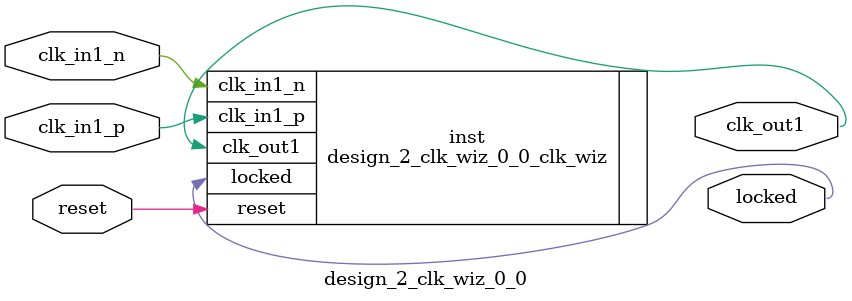
<source format=v>


`timescale 1ps/1ps

(* CORE_GENERATION_INFO = "design_2_clk_wiz_0_0,clk_wiz_v5_4_1_0,{component_name=design_2_clk_wiz_0_0,use_phase_alignment=true,use_min_o_jitter=false,use_max_i_jitter=false,use_dyn_phase_shift=false,use_inclk_switchover=false,use_dyn_reconfig=false,enable_axi=0,feedback_source=FDBK_AUTO,PRIMITIVE=MMCM,num_out_clk=1,clkin1_period=5.000,clkin2_period=10.0,use_power_down=false,use_reset=true,use_locked=true,use_inclk_stopped=false,feedback_type=SINGLE,CLOCK_MGR_TYPE=NA,manual_override=false}" *)

module design_2_clk_wiz_0_0 
 (
  // Clock out ports
  output        clk_out1,
  // Status and control signals
  input         reset,
  output        locked,
 // Clock in ports
  input         clk_in1_p,
  input         clk_in1_n
 );

  design_2_clk_wiz_0_0_clk_wiz inst
  (
  // Clock out ports  
  .clk_out1(clk_out1),
  // Status and control signals               
  .reset(reset), 
  .locked(locked),
 // Clock in ports
  .clk_in1_p(clk_in1_p),
  .clk_in1_n(clk_in1_n)
  );

endmodule

</source>
